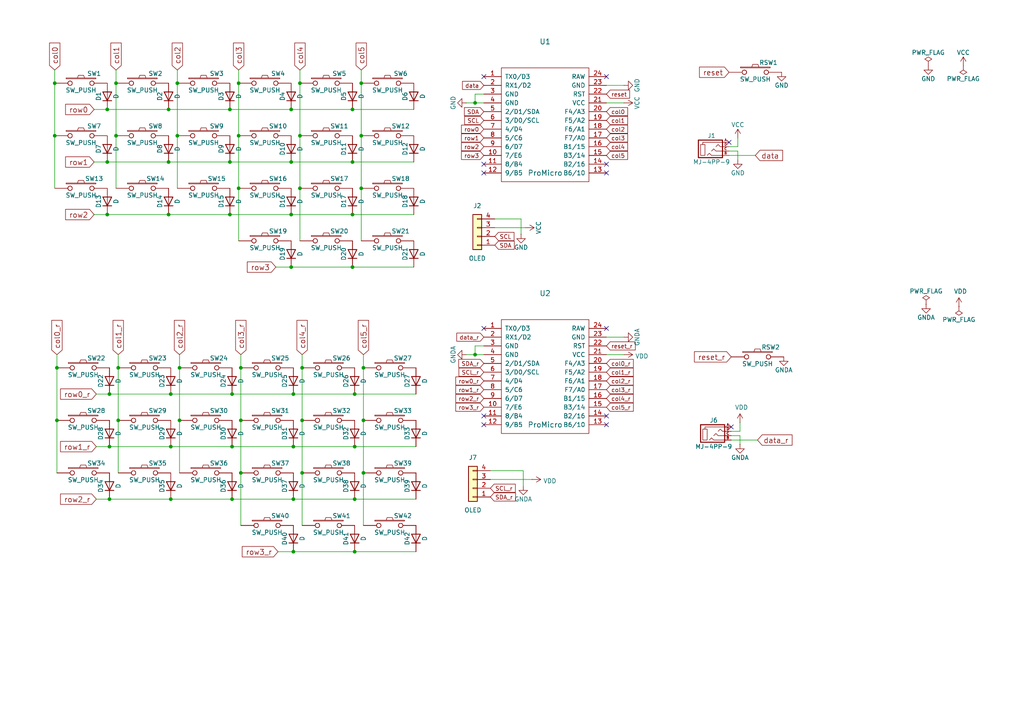
<source format=kicad_sch>
(kicad_sch (version 20231120) (generator "eeschema") (generator_version "8.0")
  (paper "A4")
  (title_block (title "Corne Light") (date "2020-10-13") (rev "2.0") (company "foostan"))
  (lib_symbols
    (symbol "Connector_Generic:Conn_01x04" (pin_names (offset 1.016) hide)
      (property "Reference" "J" (at 0 5.08 0))
      (property "Value" "Conn_01x04" (at 0 -7.62 0))
      (symbol "Conn_01x04_1_1"
        (rectangle (start -1.27 -4.953) (end 0 -5.207) (stroke (width 0.1524)))
        (rectangle (start -1.27 -2.413) (end 0 -2.667) (stroke (width 0.1524)))
        (rectangle (start -1.27 0.127) (end 0 -0.127) (stroke (width 0.1524)))
        (rectangle (start -1.27 2.667) (end 0 2.413) (stroke (width 0.1524)))
        (rectangle (start -1.27 3.81) (end 1.27 -6.35) (stroke (width 0.254)) (fill (type background)))
        (pin passive line (at -5.08 2.54 0) (length 3.81) (name "Pin_1") (number "1"))
        (pin passive line (at -5.08 0 0) (length 3.81) (name "Pin_2") (number "2"))
        (pin passive line (at -5.08 -2.54 0) (length 3.81) (name "Pin_3") (number "3"))
        (pin passive line (at -5.08 -5.08 0) (length 3.81) (name "Pin_4") (number "4"))
      )
    )
    (symbol "Device:D" (pin_numbers hide) (pin_names (offset 1.016) hide)
      (property "Reference" "D" (at 0 2.54 0))
      (property "Value" "D" (at 0 -2.54 0))
      (symbol "D_0_1"
        (polyline (pts (xy -1.27 1.27) (xy -1.27 -1.27)) (stroke (width 0.254)))
        (polyline (pts (xy 1.27 0) (xy -1.27 0)))
        (polyline (pts (xy 1.27 1.27) (xy 1.27 -1.27) (xy -1.27 0) (xy 1.27 1.27)) (stroke (width 0.254)))
      )
      (symbol "D_1_1"
        (pin passive line (at -3.81 0 0) (length 2.54) (name "K") (number "1"))
        (pin passive line (at 3.81 0 180) (length 2.54) (name "A") (number "2"))
      )
    )
    (symbol "kbd:MJ-4PP-9" (pin_names (offset 1.016))
      (property "Reference" "J" (at 0 3.81 0))
      (property "Value" "MJ-4PP-9" (at 0 -3.81 0))
      (symbol "MJ-4PP-9_0_1"
        (rectangle (start -1.905 -1.905) (end -3.175 1.27))
        (polyline (pts (xy -2.54 1.27) (xy -2.54 1.905) (xy 3.175 1.905)))
        (polyline (pts (xy -1.27 -1.905) (xy -0.635 -1.27) (xy 0 -1.905) (xy 3.175 -1.905)))
        (polyline (pts (xy 0 -0.635) (xy 0.635 0) (xy 1.27 -0.635) (xy 3.175 -0.635)))
        (polyline (pts (xy 1.27 0.635) (xy 1.905 1.27) (xy 2.54 0.635) (xy 3.175 0.635)))
        (rectangle (start 3.175 2.54) (end -3.81 -2.54) (stroke (width 0.3048)))
      )
      (symbol "MJ-4PP-9_1_1"
        (pin input line (at 5.08 1.905 180) (length 2.0066) (name "~") (number "A"))
        (pin input line (at 5.08 -1.905 180) (length 2.0066) (name "~") (number "B"))
        (pin input line (at 5.08 -0.635 180) (length 2.0066) (name "~") (number "C"))
        (pin input line (at 5.08 0.635 180) (length 2.0066) (name "~") (number "D"))
      )
    )
    (symbol "kbd:ProMicro" (pin_names (offset 1.016))
      (property "Reference" "U" (at 0 19.05 0))
      (property "Value" "ProMicro" (at 0 -19.05 0))
      (symbol "ProMicro_0_1"
        (rectangle (start -12.7 16.51) (end 12.7 -16.51))
      )
      (symbol "ProMicro_1_1"
        (pin bidirectional line (at -17.78 13.97 0) (length 5.08) (name "TX0/D3") (number "1"))
        (pin bidirectional line (at -17.78 -8.89 0) (length 5.08) (name "7/E6") (number "10"))
        (pin bidirectional line (at -17.78 -11.43 0) (length 5.08) (name "8/B4") (number "11"))
        (pin bidirectional line (at -17.78 -13.97 0) (length 5.08) (name "9/B5") (number "12"))
        (pin bidirectional line (at 17.78 -13.97 180) (length 5.08) (name "B6/10") (number "13"))
        (pin bidirectional line (at 17.78 -11.43 180) (length 5.08) (name "B2/16") (number "14"))
        (pin bidirectional line (at 17.78 -8.89 180) (length 5.08) (name "B3/14") (number "15"))
        (pin bidirectional line (at 17.78 -6.35 180) (length 5.08) (name "B1/15") (number "16"))
        (pin bidirectional line (at 17.78 -3.81 180) (length 5.08) (name "F7/A0") (number "17"))
        (pin bidirectional line (at 17.78 -1.27 180) (length 5.08) (name "F6/A1") (number "18"))
        (pin bidirectional line (at 17.78 1.27 180) (length 5.08) (name "F5/A2") (number "19"))
        (pin bidirectional line (at -17.78 11.43 0) (length 5.08) (name "RX1/D2") (number "2"))
        (pin bidirectional line (at 17.78 3.81 180) (length 5.08) (name "F4/A3") (number "20"))
        (pin power_in line (at 17.78 6.35 180) (length 5.08) (name "VCC") (number "21"))
        (pin input line (at 17.78 8.89 180) (length 5.08) (name "RST") (number "22"))
        (pin power_in line (at 17.78 11.43 180) (length 5.08) (name "GND") (number "23"))
        (pin power_out line (at 17.78 13.97 180) (length 5.08) (name "RAW") (number "24"))
        (pin power_in line (at -17.78 8.89 0) (length 5.08) (name "GND") (number "3"))
        (pin power_in line (at -17.78 6.35 0) (length 5.08) (name "GND") (number "4"))
        (pin bidirectional line (at -17.78 3.81 0) (length 5.08) (name "2/D1/SDA") (number "5"))
        (pin bidirectional line (at -17.78 1.27 0) (length 5.08) (name "3/D0/SCL") (number "6"))
        (pin bidirectional line (at -17.78 -1.27 0) (length 5.08) (name "4/D4") (number "7"))
        (pin bidirectional line (at -17.78 -3.81 0) (length 5.08) (name "5/C6") (number "8"))
        (pin bidirectional line (at -17.78 -6.35 0) (length 5.08) (name "6/D7") (number "9"))
      )
    )
    (symbol "kbd:SW_PUSH" (pin_numbers hide) (pin_names (offset 1.016) hide)
      (property "Reference" "SW" (at 3.81 2.794 0))
      (property "Value" "SW_PUSH" (at 0 -2.032 0))
      (symbol "SW_PUSH_0_1"
        (rectangle (start -4.318 1.27) (end 4.318 1.524))
        (polyline (pts (xy -1.016 1.524) (xy -0.762 2.286) (xy 0.762 2.286) (xy 1.016 1.524)))
        (pin passive inverted (at -7.62 0 0) (length 5.08) (name "1") (number "1"))
        (pin passive inverted (at 7.62 0 180) (length 5.08) (name "2") (number "2"))
      )
    )
    (symbol "power:GND" (power) (pin_numbers hide) (pin_names (offset 0) hide)
      (property "Value" "GND" (at 0 -3.81 0))
      (symbol "GND_0_1"
        (polyline (pts (xy 0 0) (xy 0 -1.27) (xy 1.27 -1.27) (xy 0 -2.54) (xy -1.27 -1.27) (xy 0 -1.27)))
      )
      (symbol "GND_1_1"
        (pin power_in line (at 0 0 270) (length 0) (name "~") (number "1"))
      )
    )
    (symbol "power:GNDA" (power) (pin_numbers hide) (pin_names (offset 0) hide)
      (property "Value" "GNDA" (at 0 -3.81 0))
      (symbol "GNDA_0_1"
        (polyline (pts (xy 0 0) (xy 0 -1.27) (xy 1.27 -1.27) (xy 0 -2.54) (xy -1.27 -1.27) (xy 0 -1.27)))
      )
      (symbol "GNDA_1_1"
        (pin power_in line (at 0 0 270) (length 0) (name "~") (number "1"))
      )
    )
    (symbol "power:PWR_FLAG" (power) (pin_numbers hide) (pin_names (offset 0) hide)
      (property "Value" "PWR_FLAG" (at 0 3.81 0))
      (symbol "PWR_FLAG_0_0"
        (pin power_out line (at 0 0 90) (length 0) (name "~") (number "1"))
      )
      (symbol "PWR_FLAG_0_1"
        (polyline (pts (xy 0 0) (xy 0 1.27) (xy -1.016 1.905) (xy 0 2.54) (xy 1.016 1.905) (xy 0 1.27)))
      )
    )
    (symbol "power:VCC" (power) (pin_numbers hide) (pin_names (offset 0) hide)
      (property "Value" "VCC" (at 0 3.556 0))
      (symbol "VCC_0_1"
        (polyline (pts (xy -0.762 1.27) (xy 0 2.54)))
        (polyline (pts (xy 0 0) (xy 0 2.54)))
        (polyline (pts (xy 0 2.54) (xy 0.762 1.27)))
      )
      (symbol "VCC_1_1"
        (pin power_in line (at 0 0 90) (length 0) (name "~") (number "1"))
      )
    )
    (symbol "power:VDD" (power) (pin_numbers hide) (pin_names (offset 0) hide)
      (property "Value" "VDD" (at 0 3.556 0))
      (symbol "VDD_0_1"
        (polyline (pts (xy -0.762 1.27) (xy 0 2.54)))
        (polyline (pts (xy 0 0) (xy 0 2.54)))
        (polyline (pts (xy 0 2.54) (xy 0.762 1.27)))
      )
      (symbol "VDD_1_1"
        (pin power_in line (at 0 0 90) (length 0) (name "~") (number "1"))
      )
    )
  )
  (junction (at 48.895 46.99))
  (junction (at 16.51 121.92))
  (junction (at 104.775 39.37))
  (junction (at 52.07 121.92))
  (junction (at 69.215 24.13))
  (junction (at 87.63 121.92))
  (junction (at 86.995 24.13))
  (junction (at 52.07 106.68))
  (junction (at 85.09 144.78))
  (junction (at 84.455 46.99))
  (junction (at 49.53 114.3))
  (junction (at 84.455 77.47))
  (junction (at 67.31 114.3))
  (junction (at 102.87 114.3))
  (junction (at 69.85 121.92))
  (junction (at 66.675 31.75))
  (junction (at 85.09 160.02))
  (junction (at 33.655 24.13))
  (junction (at 84.455 31.75))
  (junction (at 87.63 106.68))
  (junction (at 51.435 24.13))
  (junction (at 85.09 129.54))
  (junction (at 67.31 144.78))
  (junction (at 86.995 39.37))
  (junction (at 105.41 106.68))
  (junction (at 102.87 144.78))
  (junction (at 105.41 121.92))
  (junction (at 137.795 102.87))
  (junction (at 48.895 31.75))
  (junction (at 51.435 39.37))
  (junction (at 86.995 54.61))
  (junction (at 31.115 46.99))
  (junction (at 102.235 46.99))
  (junction (at 31.75 114.3))
  (junction (at 102.235 31.75))
  (junction (at 69.215 54.61))
  (junction (at 49.53 129.54))
  (junction (at 85.09 114.3))
  (junction (at 137.795 29.845))
  (junction (at 31.115 31.75))
  (junction (at 67.31 129.54))
  (junction (at 87.63 137.16))
  (junction (at 15.875 39.37))
  (junction (at 102.235 77.47))
  (junction (at 66.675 62.23))
  (junction (at 66.675 46.99))
  (junction (at 49.53 144.78))
  (junction (at 102.235 62.23))
  (junction (at 102.87 129.54))
  (junction (at 31.75 129.54))
  (junction (at 104.775 54.61))
  (junction (at 84.455 62.23))
  (junction (at 104.775 24.13))
  (junction (at 15.875 24.13))
  (junction (at 34.29 106.68))
  (junction (at 31.75 144.78))
  (junction (at 69.85 137.16))
  (junction (at 16.51 106.68))
  (junction (at 69.215 39.37))
  (junction (at 34.29 121.92))
  (junction (at 31.115 62.23))
  (junction (at 102.87 160.02))
  (junction (at 48.895 62.23))
  (junction (at 105.41 137.16))
  (junction (at 33.655 39.37))
  (junction (at 69.85 106.68))
  (no_connect (at 140.335 50.165))
  (no_connect (at 140.335 22.225))
  (no_connect (at 175.895 120.65))
  (no_connect (at 175.895 123.19))
  (no_connect (at 175.895 50.165))
  (no_connect (at 211.455 41.275))
  (no_connect (at 140.335 47.625))
  (no_connect (at 6.35 -20.955))
  (no_connect (at 175.895 22.225))
  (no_connect (at 140.335 95.25))
  (no_connect (at 175.895 95.25))
  (no_connect (at 140.335 123.19))
  (no_connect (at 175.895 47.625))
  (no_connect (at 212.09 123.825))
  (no_connect (at 140.335 120.65))
  (wire (pts (xy 27.94 129.54) (xy 31.75 129.54)))
  (wire (pts (xy 66.675 46.99) (xy 84.455 46.99)))
  (wire (pts (xy 33.655 24.13) (xy 33.655 39.37)))
  (wire (pts (xy 104.775 54.61) (xy 104.775 69.85)))
  (wire (pts (xy 102.87 160.02) (xy 120.65 160.02)))
  (wire (pts (xy 31.75 129.54) (xy 49.53 129.54)))
  (wire (pts (xy 175.895 97.79) (xy 180.975 97.79)))
  (wire (pts (xy 31.115 62.23) (xy 48.895 62.23)))
  (wire (pts (xy 51.435 39.37) (xy 51.435 54.61)))
  (wire (pts (xy 135.255 29.845) (xy 137.795 29.845)))
  (wire (pts (xy 52.07 121.92) (xy 52.07 137.16)))
  (wire (pts (xy 212.09 126.365) (xy 214.63 126.365)))
  (wire (pts (xy 212.09 125.095) (xy 214.63 125.095)))
  (wire (pts (xy 16.51 102.87) (xy 16.51 106.68)))
  (wire (pts (xy 151.13 63.5) (xy 143.51 63.5)))
  (wire (pts (xy 34.29 102.87) (xy 34.29 106.68)))
  (wire (pts (xy 137.795 27.305) (xy 137.795 29.845)))
  (wire (pts (xy 49.53 114.3) (xy 67.31 114.3)))
  (wire (pts (xy 66.675 62.23) (xy 84.455 62.23)))
  (wire (pts (xy 67.31 114.3) (xy 85.09 114.3)))
  (wire (pts (xy 34.29 121.92) (xy 34.29 137.16)))
  (wire (pts (xy 52.07 102.87) (xy 52.07 106.68)))
  (wire (pts (xy 102.87 114.3) (xy 120.65 114.3)))
  (wire (pts (xy 84.455 31.75) (xy 102.235 31.75)))
  (wire (pts (xy 69.85 121.92) (xy 69.85 137.16)))
  (wire (pts (xy 27.305 62.23) (xy 31.115 62.23)))
  (wire (pts (xy 87.63 121.92) (xy 87.63 137.16)))
  (wire (pts (xy 105.41 137.16) (xy 105.41 152.4)))
  (wire (pts (xy 175.895 29.845) (xy 180.975 29.845)))
  (wire (pts (xy 142.24 136.525) (xy 151.765 136.525)))
  (wire (pts (xy 102.235 31.75) (xy 120.015 31.75)))
  (wire (pts (xy 102.235 62.23) (xy 120.015 62.23)))
  (wire (pts (xy 105.41 121.92) (xy 105.41 137.16)))
  (wire (pts (xy 66.675 31.75) (xy 84.455 31.75)))
  (wire (pts (xy 31.75 114.3) (xy 49.53 114.3)))
  (wire (pts (xy 33.655 39.37) (xy 33.655 54.61)))
  (wire (pts (xy 84.455 77.47) (xy 102.235 77.47)))
  (wire (pts (xy 31.115 46.99) (xy 48.895 46.99)))
  (wire (pts (xy 85.09 160.02) (xy 102.87 160.02)))
  (wire (pts (xy 15.875 20.32) (xy 15.875 24.13)))
  (wire (pts (xy 140.335 100.33) (xy 137.795 100.33)))
  (wire (pts (xy 175.895 24.765) (xy 180.975 24.765)))
  (wire (pts (xy 151.765 136.525) (xy 151.765 140.97)))
  (wire (pts (xy 86.995 39.37) (xy 86.995 54.61)))
  (wire (pts (xy 84.455 46.99) (xy 102.235 46.99)))
  (wire (pts (xy 48.895 31.75) (xy 66.675 31.75)))
  (wire (pts (xy 49.53 144.78) (xy 67.31 144.78)))
  (wire (pts (xy 67.31 129.54) (xy 85.09 129.54)))
  (wire (pts (xy 86.995 24.13) (xy 86.995 39.37)))
  (wire (pts (xy 85.09 144.78) (xy 102.87 144.78)))
  (wire (pts (xy 69.215 54.61) (xy 69.215 69.85)))
  (wire (pts (xy 87.63 137.16) (xy 87.63 152.4)))
  (wire (pts (xy 15.875 39.37) (xy 15.875 54.61)))
  (wire (pts (xy 102.87 129.54) (xy 120.65 129.54)))
  (wire (pts (xy 214.63 125.095) (xy 214.63 122.555)))
  (wire (pts (xy 69.85 102.87) (xy 69.85 106.68)))
  (wire (pts (xy 86.995 54.61) (xy 86.995 69.85)))
  (wire (pts (xy 48.895 62.23) (xy 66.675 62.23)))
  (wire (pts (xy 137.795 29.845) (xy 140.335 29.845)))
  (wire (pts (xy 105.41 102.87) (xy 105.41 106.68)))
  (wire (pts (xy 16.51 121.92) (xy 16.51 137.16)))
  (wire (pts (xy 31.115 31.75) (xy 48.895 31.75)))
  (wire (pts (xy 104.775 20.32) (xy 104.775 24.13)))
  (wire (pts (xy 67.31 144.78) (xy 85.09 144.78)))
  (wire (pts (xy 142.24 139.065) (xy 154.305 139.065)))
  (wire (pts (xy 213.995 43.815) (xy 213.995 46.355)))
  (wire (pts (xy 211.455 43.815) (xy 213.995 43.815)))
  (wire (pts (xy 33.655 20.32) (xy 33.655 24.13)))
  (wire (pts (xy 212.09 127.635) (xy 219.71 127.635)))
  (wire (pts (xy 102.87 144.78) (xy 120.65 144.78)))
  (wire (pts (xy 102.235 46.99) (xy 120.015 46.99)))
  (wire (pts (xy 27.94 144.78) (xy 31.75 144.78)))
  (wire (pts (xy 80.01 77.47) (xy 84.455 77.47)))
  (wire (pts (xy 137.795 100.33) (xy 137.795 102.87)))
  (wire (pts (xy 15.875 24.13) (xy 15.875 39.37)))
  (wire (pts (xy 87.63 106.68) (xy 87.63 121.92)))
  (wire (pts (xy 69.215 39.37) (xy 69.215 54.61)))
  (wire (pts (xy 87.63 102.87) (xy 87.63 106.68)))
  (wire (pts (xy 27.305 46.99) (xy 31.115 46.99)))
  (wire (pts (xy 85.09 129.54) (xy 102.87 129.54)))
  (wire (pts (xy 151.13 67.945) (xy 151.13 63.5)))
  (wire (pts (xy 105.41 106.68) (xy 105.41 121.92)))
  (wire (pts (xy 140.335 27.305) (xy 137.795 27.305)))
  (wire (pts (xy 213.995 42.545) (xy 213.995 40.005)))
  (wire (pts (xy 27.305 31.75) (xy 31.115 31.75)))
  (wire (pts (xy 143.51 66.04) (xy 152.4 66.04)))
  (wire (pts (xy 51.435 20.32) (xy 51.435 24.13)))
  (wire (pts (xy 137.795 102.87) (xy 140.335 102.87)))
  (wire (pts (xy 135.255 102.87) (xy 137.795 102.87)))
  (wire (pts (xy 31.75 144.78) (xy 49.53 144.78)))
  (wire (pts (xy 51.435 24.13) (xy 51.435 39.37)))
  (wire (pts (xy 104.775 24.13) (xy 104.775 39.37)))
  (wire (pts (xy 48.895 46.99) (xy 66.675 46.99)))
  (wire (pts (xy 69.85 137.16) (xy 69.85 152.4)))
  (wire (pts (xy 34.29 106.68) (xy 34.29 121.92)))
  (wire (pts (xy 175.895 102.87) (xy 180.975 102.87)))
  (wire (pts (xy 27.94 114.3) (xy 31.75 114.3)))
  (wire (pts (xy 69.215 20.32) (xy 69.215 24.13)))
  (wire (pts (xy 211.455 45.085) (xy 219.075 45.085)))
  (wire (pts (xy 85.09 114.3) (xy 102.87 114.3)))
  (wire (pts (xy 104.775 39.37) (xy 104.775 54.61)))
  (wire (pts (xy 102.235 77.47) (xy 120.015 77.47)))
  (wire (pts (xy 69.85 106.68) (xy 69.85 121.92)))
  (wire (pts (xy 211.455 42.545) (xy 213.995 42.545)))
  (wire (pts (xy 214.63 126.365) (xy 214.63 128.905)))
  (wire (pts (xy 86.995 20.32) (xy 86.995 24.13)))
  (wire (pts (xy 69.215 24.13) (xy 69.215 39.37)))
  (wire (pts (xy 84.455 62.23) (xy 102.235 62.23)))
  (wire (pts (xy 49.53 129.54) (xy 67.31 129.54)))
  (wire (pts (xy 16.51 106.68) (xy 16.51 121.92)))
  (wire (pts (xy 52.07 106.68) (xy 52.07 121.92)))
  (wire (pts (xy 80.645 160.02) (xy 85.09 160.02)))
  (global_label "col1_r" (shape input) (at 34.29 102.87 90) (effects (font (size 1.524 1.524))) (property "Intersheetrefs" "${INTERSHEET_REFS}" (effects (hide yes))))
  (global_label "col1_r" (shape input) (at 175.895 107.95 0) (effects (font (size 1.1938 1.1938))) (property "Intersheetrefs" "${INTERSHEET_REFS}" (effects (hide yes))))
  (global_label "row1" (shape input) (at 27.305 46.99 180) (effects (font (size 1.524 1.524))) (property "Intersheetrefs" "${INTERSHEET_REFS}" (effects (hide yes))))
  (global_label "col5" (shape input) (at 104.775 20.32 90) (effects (font (size 1.524 1.524))) (property "Intersheetrefs" "${INTERSHEET_REFS}" (effects (hide yes))))
  (global_label "row2_r" (shape input) (at 140.335 115.57 180) (effects (font (size 1.1938 1.1938))) (property "Intersheetrefs" "${INTERSHEET_REFS}" (effects (hide yes))))
  (global_label "row3_r" (shape input) (at 140.335 118.11 180) (effects (font (size 1.1938 1.1938))) (property "Intersheetrefs" "${INTERSHEET_REFS}" (effects (hide yes))))
  (global_label "col3" (shape input) (at 175.895 40.005 0) (effects (font (size 1.1938 1.1938))) (property "Intersheetrefs" "${INTERSHEET_REFS}" (effects (hide yes))))
  (global_label "SCL" (shape input) (at 143.51 68.58 0) (effects (font (size 1.1938 1.1938))) (property "Intersheetrefs" "${INTERSHEET_REFS}" (effects (hide yes))))
  (global_label "reset_r" (shape input) (at 175.895 100.33 0) (effects (font (size 1.1938 1.1938))) (property "Intersheetrefs" "${INTERSHEET_REFS}" (effects (hide yes))))
  (global_label "reset" (shape input) (at 175.895 27.305 0) (effects (font (size 1.1938 1.1938))) (property "Intersheetrefs" "${INTERSHEET_REFS}" (effects (hide yes))))
  (global_label "col4" (shape input) (at 86.995 20.32 90) (effects (font (size 1.524 1.524))) (property "Intersheetrefs" "${INTERSHEET_REFS}" (effects (hide yes))))
  (global_label "row2_r" (shape input) (at 27.94 144.78 180) (effects (font (size 1.524 1.524))) (property "Intersheetrefs" "${INTERSHEET_REFS}" (effects (hide yes))))
  (global_label "col2" (shape input) (at 175.895 37.465 0) (effects (font (size 1.1938 1.1938))) (property "Intersheetrefs" "${INTERSHEET_REFS}" (effects (hide yes))))
  (global_label "SDA_r" (shape input) (at 142.24 144.145 0) (effects (font (size 1.1938 1.1938))) (property "Intersheetrefs" "${INTERSHEET_REFS}" (effects (hide yes))))
  (global_label "col3" (shape input) (at 69.215 20.32 90) (effects (font (size 1.524 1.524))) (property "Intersheetrefs" "${INTERSHEET_REFS}" (effects (hide yes))))
  (global_label "data_r" (shape input) (at 140.335 97.79 180) (effects (font (size 1.1938 1.1938))) (property "Intersheetrefs" "${INTERSHEET_REFS}" (effects (hide yes))))
  (global_label "col5_r" (shape input) (at 175.895 118.11 0) (effects (font (size 1.1938 1.1938))) (property "Intersheetrefs" "${INTERSHEET_REFS}" (effects (hide yes))))
  (global_label "col4_r" (shape input) (at 175.895 115.57 0) (effects (font (size 1.1938 1.1938))) (property "Intersheetrefs" "${INTERSHEET_REFS}" (effects (hide yes))))
  (global_label "row0" (shape input) (at 27.305 31.75 180) (effects (font (size 1.524 1.524))) (property "Intersheetrefs" "${INTERSHEET_REFS}" (effects (hide yes))))
  (global_label "col0" (shape input) (at 15.875 20.32 90) (effects (font (size 1.524 1.524))) (property "Intersheetrefs" "${INTERSHEET_REFS}" (effects (hide yes))))
  (global_label "row3" (shape input) (at 80.01 77.47 180) (effects (font (size 1.524 1.524))) (property "Intersheetrefs" "${INTERSHEET_REFS}" (effects (hide yes))))
  (global_label "row0_r" (shape input) (at 140.335 110.49 180) (effects (font (size 1.1938 1.1938))) (property "Intersheetrefs" "${INTERSHEET_REFS}" (effects (hide yes))))
  (global_label "col4_r" (shape input) (at 87.63 102.87 90) (effects (font (size 1.524 1.524))) (property "Intersheetrefs" "${INTERSHEET_REFS}" (effects (hide yes))))
  (global_label "col2" (shape input) (at 51.435 20.32 90) (effects (font (size 1.524 1.524))) (property "Intersheetrefs" "${INTERSHEET_REFS}" (effects (hide yes))))
  (global_label "col1" (shape input) (at 175.895 34.925 0) (effects (font (size 1.1938 1.1938))) (property "Intersheetrefs" "${INTERSHEET_REFS}" (effects (hide yes))))
  (global_label "data" (shape input) (at 219.075 45.085 0) (effects (font (size 1.524 1.524))) (property "Intersheetrefs" "${INTERSHEET_REFS}" (effects (hide yes))))
  (global_label "reset_r" (shape input) (at 212.09 103.505 180) (effects (font (size 1.524 1.524))) (property "Intersheetrefs" "${INTERSHEET_REFS}" (effects (hide yes))))
  (global_label "SDA" (shape input) (at 140.335 32.385 180) (effects (font (size 1.1938 1.1938))) (property "Intersheetrefs" "${INTERSHEET_REFS}" (effects (hide yes))))
  (global_label "row0" (shape input) (at 140.335 37.465 180) (effects (font (size 1.1938 1.1938))) (property "Intersheetrefs" "${INTERSHEET_REFS}" (effects (hide yes))))
  (global_label "col0_r" (shape input) (at 175.895 105.41 0) (effects (font (size 1.1938 1.1938))) (property "Intersheetrefs" "${INTERSHEET_REFS}" (effects (hide yes))))
  (global_label "SCL" (shape input) (at 140.335 34.925 180) (effects (font (size 1.1938 1.1938))) (property "Intersheetrefs" "${INTERSHEET_REFS}" (effects (hide yes))))
  (global_label "SDA_r" (shape input) (at 140.335 105.41 180) (effects (font (size 1.1938 1.1938))) (property "Intersheetrefs" "${INTERSHEET_REFS}" (effects (hide yes))))
  (global_label "col1" (shape input) (at 33.655 20.32 90) (effects (font (size 1.524 1.524))) (property "Intersheetrefs" "${INTERSHEET_REFS}" (effects (hide yes))))
  (global_label "col5_r" (shape input) (at 105.41 102.87 90) (effects (font (size 1.524 1.524))) (property "Intersheetrefs" "${INTERSHEET_REFS}" (effects (hide yes))))
  (global_label "data_r" (shape input) (at 219.71 127.635 0) (effects (font (size 1.524 1.524))) (property "Intersheetrefs" "${INTERSHEET_REFS}" (effects (hide yes))))
  (global_label "data" (shape input) (at 140.335 24.765 180) (effects (font (size 1.1938 1.1938))) (property "Intersheetrefs" "${INTERSHEET_REFS}" (effects (hide yes))))
  (global_label "row0_r" (shape input) (at 27.94 114.3 180) (effects (font (size 1.524 1.524))) (property "Intersheetrefs" "${INTERSHEET_REFS}" (effects (hide yes))))
  (global_label "col2_r" (shape input) (at 175.895 110.49 0) (effects (font (size 1.1938 1.1938))) (property "Intersheetrefs" "${INTERSHEET_REFS}" (effects (hide yes))))
  (global_label "col5" (shape input) (at 175.895 45.085 0) (effects (font (size 1.1938 1.1938))) (property "Intersheetrefs" "${INTERSHEET_REFS}" (effects (hide yes))))
  (global_label "reset" (shape input) (at 211.455 20.955 180) (effects (font (size 1.524 1.524))) (property "Intersheetrefs" "${INTERSHEET_REFS}" (effects (hide yes))))
  (global_label "col0_r" (shape input) (at 16.51 102.87 90) (effects (font (size 1.524 1.524))) (property "Intersheetrefs" "${INTERSHEET_REFS}" (effects (hide yes))))
  (global_label "col0" (shape input) (at 175.895 32.385 0) (effects (font (size 1.1938 1.1938))) (property "Intersheetrefs" "${INTERSHEET_REFS}" (effects (hide yes))))
  (global_label "col3_r" (shape input) (at 175.895 113.03 0) (effects (font (size 1.1938 1.1938))) (property "Intersheetrefs" "${INTERSHEET_REFS}" (effects (hide yes))))
  (global_label "row2" (shape input) (at 140.335 42.545 180) (effects (font (size 1.1938 1.1938))) (property "Intersheetrefs" "${INTERSHEET_REFS}" (effects (hide yes))))
  (global_label "col2_r" (shape input) (at 52.07 102.87 90) (effects (font (size 1.524 1.524))) (property "Intersheetrefs" "${INTERSHEET_REFS}" (effects (hide yes))))
  (global_label "row1_r" (shape input) (at 27.94 129.54 180) (effects (font (size 1.524 1.524))) (property "Intersheetrefs" "${INTERSHEET_REFS}" (effects (hide yes))))
  (global_label "row3" (shape input) (at 140.335 45.085 180) (effects (font (size 1.1938 1.1938))) (property "Intersheetrefs" "${INTERSHEET_REFS}" (effects (hide yes))))
  (global_label "SCL_r" (shape input) (at 140.335 107.95 180) (effects (font (size 1.1938 1.1938))) (property "Intersheetrefs" "${INTERSHEET_REFS}" (effects (hide yes))))
  (global_label "row3_r" (shape input) (at 80.645 160.02 180) (effects (font (size 1.524 1.524))) (property "Intersheetrefs" "${INTERSHEET_REFS}" (effects (hide yes))))
  (global_label "row1_r" (shape input) (at 140.335 113.03 180) (effects (font (size 1.1938 1.1938))) (property "Intersheetrefs" "${INTERSHEET_REFS}" (effects (hide yes))))
  (global_label "col4" (shape input) (at 175.895 42.545 0) (effects (font (size 1.1938 1.1938))) (property "Intersheetrefs" "${INTERSHEET_REFS}" (effects (hide yes))))
  (global_label "SDA" (shape input) (at 143.51 71.12 0) (effects (font (size 1.1938 1.1938))) (property "Intersheetrefs" "${INTERSHEET_REFS}" (effects (hide yes))))
  (global_label "row2" (shape input) (at 27.305 62.23 180) (effects (font (size 1.524 1.524))) (property "Intersheetrefs" "${INTERSHEET_REFS}" (effects (hide yes))))
  (global_label "col3_r" (shape input) (at 69.85 102.87 90) (effects (font (size 1.524 1.524))) (property "Intersheetrefs" "${INTERSHEET_REFS}" (effects (hide yes))))
  (global_label "SCL_r" (shape input) (at 142.24 141.605 0) (effects (font (size 1.1938 1.1938))) (property "Intersheetrefs" "${INTERSHEET_REFS}" (effects (hide yes))))
  (global_label "row1" (shape input) (at 140.335 40.005 180) (effects (font (size 1.1938 1.1938))) (property "Intersheetrefs" "${INTERSHEET_REFS}" (effects (hide yes))))
  (symbol (lib_id "kbd:ProMicro") (at 158.115 36.195 0) (unit 1)
    (property "Reference" "U1" (at 158.115 12.065 0) (effects (font (size 1.524 1.524))))
    (property "Value" "ProMicro" (at 158.115 50.165 0) (effects (font (size 1.524 1.524))))
    (property "Footprint" "kbd:ProMicro_v3" (effects (hide yes)))
  )
  (symbol (lib_id "kbd:SW_PUSH") (at 41.275 24.13 0) (unit 1)
    (property "Reference" "SW2" (at 45.085 21.336 0))
    (property "Value" "SW_PUSH" (at 41.275 26.162 0))
    (property "Footprint" "kbd:CherryMX_ChocV2_1u" (effects (hide yes)))
  )
  (symbol (lib_id "Device:D") (at 48.895 27.94 90) (unit 1)
    (property "Reference" "D2" (at 46.355 27.94 0))
    (property "Value" "D" (at 51.435 27.94 0))
    (property "Footprint" "kbd:D3_TH" (effects (hide yes)))
  )
  (symbol (lib_id "kbd:SW_PUSH") (at 59.055 24.13 0) (unit 1)
    (property "Reference" "SW3" (at 62.865 21.336 0))
    (property "Value" "SW_PUSH" (at 59.055 26.162 0))
    (property "Footprint" "kbd:CherryMX_ChocV2_1u" (effects (hide yes)))
  )
  (symbol (lib_id "Device:D") (at 66.675 27.94 90) (unit 1)
    (property "Reference" "D3" (at 64.135 27.94 0))
    (property "Value" "D" (at 69.215 27.94 0))
    (property "Footprint" "kbd:D3_TH" (effects (hide yes)))
  )
  (symbol (lib_id "kbd:SW_PUSH") (at 76.835 24.13 0) (unit 1)
    (property "Reference" "SW4" (at 80.645 21.336 0))
    (property "Value" "SW_PUSH" (at 76.835 26.162 0))
    (property "Footprint" "kbd:CherryMX_ChocV2_1u" (effects (hide yes)))
  )
  (symbol (lib_id "kbd:SW_PUSH") (at 94.615 24.13 0) (unit 1)
    (property "Reference" "SW5" (at 98.425 21.336 0))
    (property "Value" "SW_PUSH" (at 94.615 26.162 0))
    (property "Footprint" "kbd:CherryMX_ChocV2_1u" (effects (hide yes)))
  )
  (symbol (lib_id "kbd:SW_PUSH") (at 112.395 24.13 0) (unit 1)
    (property "Reference" "SW6" (at 116.205 21.336 0))
    (property "Value" "SW_PUSH" (at 112.395 26.162 0))
    (property "Footprint" "kbd:CherryMX_ChocV2_1u" (effects (hide yes)))
  )
  (symbol (lib_id "Device:D") (at 84.455 27.94 90) (unit 1)
    (property "Reference" "D4" (at 81.915 27.94 0))
    (property "Value" "D" (at 86.995 27.94 0))
    (property "Footprint" "kbd:D3_TH" (effects (hide yes)))
  )
  (symbol (lib_id "Device:D") (at 102.235 27.94 90) (unit 1)
    (property "Reference" "D5" (at 99.695 27.94 0))
    (property "Value" "D" (at 104.775 27.94 0))
    (property "Footprint" "kbd:D3_TH" (effects (hide yes)))
  )
  (symbol (lib_id "Device:D") (at 120.015 27.94 90) (unit 1)
    (property "Reference" "D6" (at 117.475 27.94 0))
    (property "Value" "D" (at 122.555 27.94 0))
    (property "Footprint" "kbd:D3_TH" (effects (hide yes)))
  )
  (symbol (lib_id "kbd:SW_PUSH") (at 23.495 24.13 0) (unit 1)
    (property "Reference" "SW1" (at 27.305 21.336 0))
    (property "Value" "SW_PUSH" (at 23.495 26.162 0))
    (property "Footprint" "kbd:CherryMX_ChocV2_1u" (effects (hide yes)))
  )
  (symbol (lib_id "Device:D") (at 31.115 27.94 90) (unit 1)
    (property "Reference" "D1" (at 28.575 27.94 0))
    (property "Value" "D" (at 33.655 27.94 0))
    (property "Footprint" "kbd:D3_TH" (effects (hide yes)))
  )
  (symbol (lib_id "kbd:SW_PUSH") (at 41.275 39.37 0) (unit 1)
    (property "Reference" "SW8" (at 45.085 36.576 0))
    (property "Value" "SW_PUSH" (at 41.275 41.402 0))
    (property "Footprint" "kbd:CherryMX_ChocV2_1u" (effects (hide yes)))
  )
  (symbol (lib_id "Device:D") (at 48.895 43.18 90) (unit 1)
    (property "Reference" "D8" (at 46.355 43.18 0))
    (property "Value" "D" (at 51.435 43.18 0))
    (property "Footprint" "kbd:D3_TH" (effects (hide yes)))
  )
  (symbol (lib_id "kbd:SW_PUSH") (at 59.055 39.37 0) (unit 1)
    (property "Reference" "SW9" (at 62.865 36.576 0))
    (property "Value" "SW_PUSH" (at 59.055 41.402 0))
    (property "Footprint" "kbd:CherryMX_ChocV2_1u" (effects (hide yes)))
  )
  (symbol (lib_id "Device:D") (at 66.675 43.18 90) (unit 1)
    (property "Reference" "D9" (at 64.135 43.18 0))
    (property "Value" "D" (at 69.215 43.18 0))
    (property "Footprint" "kbd:D3_TH" (effects (hide yes)))
  )
  (symbol (lib_id "kbd:SW_PUSH") (at 76.835 39.37 0) (unit 1)
    (property "Reference" "SW10" (at 80.645 36.576 0))
    (property "Value" "SW_PUSH" (at 76.835 41.402 0))
    (property "Footprint" "kbd:CherryMX_ChocV2_1u" (effects (hide yes)))
  )
  (symbol (lib_id "kbd:SW_PUSH") (at 94.615 39.37 0) (unit 1)
    (property "Reference" "SW11" (at 98.425 36.576 0))
    (property "Value" "SW_PUSH" (at 94.615 41.402 0))
    (property "Footprint" "kbd:CherryMX_ChocV2_1u" (effects (hide yes)))
  )
  (symbol (lib_id "kbd:SW_PUSH") (at 112.395 39.37 0) (unit 1)
    (property "Reference" "SW12" (at 116.205 36.576 0))
    (property "Value" "SW_PUSH" (at 112.395 41.402 0))
    (property "Footprint" "kbd:CherryMX_ChocV2_1u" (effects (hide yes)))
  )
  (symbol (lib_id "Device:D") (at 84.455 43.18 90) (unit 1)
    (property "Reference" "D10" (at 81.915 43.18 0))
    (property "Value" "D" (at 86.995 43.18 0))
    (property "Footprint" "kbd:D3_TH" (effects (hide yes)))
  )
  (symbol (lib_id "Device:D") (at 102.235 43.18 90) (unit 1)
    (property "Reference" "D11" (at 99.695 43.18 0))
    (property "Value" "D" (at 104.775 43.18 0))
    (property "Footprint" "kbd:D3_TH" (effects (hide yes)))
  )
  (symbol (lib_id "Device:D") (at 120.015 43.18 90) (unit 1)
    (property "Reference" "D12" (at 117.475 43.18 0))
    (property "Value" "D" (at 122.555 43.18 0))
    (property "Footprint" "kbd:D3_TH" (effects (hide yes)))
  )
  (symbol (lib_id "kbd:SW_PUSH") (at 23.495 39.37 0) (unit 1)
    (property "Reference" "SW7" (at 27.305 36.576 0))
    (property "Value" "SW_PUSH" (at 23.495 41.402 0))
    (property "Footprint" "kbd:CherryMX_ChocV2_1u" (effects (hide yes)))
  )
  (symbol (lib_id "Device:D") (at 31.115 43.18 90) (unit 1)
    (property "Reference" "D7" (at 28.575 43.18 0))
    (property "Value" "D" (at 33.655 43.18 0))
    (property "Footprint" "kbd:D3_TH" (effects (hide yes)))
  )
  (symbol (lib_id "kbd:SW_PUSH") (at 41.275 54.61 0) (unit 1)
    (property "Reference" "SW14" (at 45.085 51.816 0))
    (property "Value" "SW_PUSH" (at 41.275 56.642 0))
    (property "Footprint" "kbd:CherryMX_ChocV2_1u" (effects (hide yes)))
  )
  (symbol (lib_id "Device:D") (at 48.895 58.42 90) (unit 1)
    (property "Reference" "D14" (at 46.355 58.42 0))
    (property "Value" "D" (at 51.435 58.42 0))
    (property "Footprint" "kbd:D3_TH" (effects (hide yes)))
  )
  (symbol (lib_id "kbd:SW_PUSH") (at 59.055 54.61 0) (unit 1)
    (property "Reference" "SW15" (at 62.865 51.816 0))
    (property "Value" "SW_PUSH" (at 59.055 56.642 0))
    (property "Footprint" "kbd:CherryMX_ChocV2_1u" (effects (hide yes)))
  )
  (symbol (lib_id "Device:D") (at 66.675 58.42 90) (unit 1)
    (property "Reference" "D15" (at 64.135 58.42 0))
    (property "Value" "D" (at 69.215 58.42 0))
    (property "Footprint" "kbd:D3_TH" (effects (hide yes)))
  )
  (symbol (lib_id "kbd:SW_PUSH") (at 76.835 54.61 0) (unit 1)
    (property "Reference" "SW16" (at 80.645 51.816 0))
    (property "Value" "SW_PUSH" (at 76.835 56.642 0))
    (property "Footprint" "kbd:CherryMX_ChocV2_1u" (effects (hide yes)))
  )
  (symbol (lib_id "kbd:SW_PUSH") (at 94.615 54.61 0) (unit 1)
    (property "Reference" "SW17" (at 98.425 51.816 0))
    (property "Value" "SW_PUSH" (at 94.615 56.642 0))
    (property "Footprint" "kbd:CherryMX_ChocV2_1u" (effects (hide yes)))
  )
  (symbol (lib_id "kbd:SW_PUSH") (at 112.395 54.61 0) (unit 1)
    (property "Reference" "SW18" (at 116.205 51.816 0))
    (property "Value" "SW_PUSH" (at 112.395 56.642 0))
    (property "Footprint" "kbd:CherryMX_ChocV2_1u" (effects (hide yes)))
  )
  (symbol (lib_id "Device:D") (at 84.455 58.42 90) (unit 1)
    (property "Reference" "D16" (at 81.915 58.42 0))
    (property "Value" "D" (at 86.995 58.42 0))
    (property "Footprint" "kbd:D3_TH" (effects (hide yes)))
  )
  (symbol (lib_id "Device:D") (at 102.235 58.42 90) (unit 1)
    (property "Reference" "D17" (at 99.695 58.42 0))
    (property "Value" "D" (at 104.775 58.42 0))
    (property "Footprint" "kbd:D3_TH" (effects (hide yes)))
  )
  (symbol (lib_id "Device:D") (at 120.015 58.42 90) (unit 1)
    (property "Reference" "D18" (at 117.475 58.42 0))
    (property "Value" "D" (at 122.555 58.42 0))
    (property "Footprint" "kbd:D3_TH" (effects (hide yes)))
  )
  (symbol (lib_id "kbd:SW_PUSH") (at 23.495 54.61 0) (unit 1)
    (property "Reference" "SW13" (at 27.305 51.816 0))
    (property "Value" "SW_PUSH" (at 23.495 56.642 0))
    (property "Footprint" "kbd:CherryMX_ChocV2_1u" (effects (hide yes)))
  )
  (symbol (lib_id "Device:D") (at 31.115 58.42 90) (unit 1)
    (property "Reference" "D13" (at 28.575 58.42 0))
    (property "Value" "D" (at 33.655 58.42 0))
    (property "Footprint" "kbd:D3_TH" (effects (hide yes)))
  )
  (symbol (lib_id "kbd:SW_PUSH") (at 94.615 69.85 0) (unit 1)
    (property "Reference" "SW20" (at 98.425 67.056 0))
    (property "Value" "SW_PUSH" (at 94.615 71.882 0))
    (property "Footprint" "kbd:CherryMX_ChocV2_1u" (effects (hide yes)))
  )
  (symbol (lib_id "Device:D") (at 102.235 73.66 90) (unit 1)
    (property "Reference" "D20" (at 99.695 73.66 0))
    (property "Value" "D" (at 104.775 73.66 0))
    (property "Footprint" "kbd:D3_TH" (effects (hide yes)))
  )
  (symbol (lib_id "kbd:SW_PUSH") (at 112.395 69.85 0) (unit 1)
    (property "Reference" "SW21" (at 116.205 67.056 0))
    (property "Value" "SW_PUSH" (at 112.395 71.882 0))
    (property "Footprint" "kbd:CherryMX_ChocV2_1.5u" (effects (hide yes)))
  )
  (symbol (lib_id "Device:D") (at 120.015 73.66 90) (unit 1)
    (property "Reference" "D21" (at 117.475 73.66 0))
    (property "Value" "D" (at 122.555 73.66 0))
    (property "Footprint" "kbd:D3_TH" (effects (hide yes)))
  )
  (symbol (lib_id "kbd:SW_PUSH") (at 76.835 69.85 0) (unit 1)
    (property "Reference" "SW19" (at 80.645 67.056 0))
    (property "Value" "SW_PUSH" (at 76.835 71.882 0))
    (property "Footprint" "kbd:CherryMX_ChocV2_1u" (effects (hide yes)))
  )
  (symbol (lib_id "Device:D") (at 84.455 73.66 90) (unit 1)
    (property "Reference" "D19" (at 81.915 73.66 0))
    (property "Value" "D" (at 86.995 73.66 0))
    (property "Footprint" "kbd:D3_TH" (effects (hide yes)))
  )
  (symbol (lib_id "power:GND") (at 180.975 24.765 90) (unit 1)
    (property "Reference" "#PWR03" (effects (hide yes)))
    (property "Value" "GND" (at 184.785 24.765 0))
  )
  (symbol (lib_id "power:VCC") (at 180.975 29.845 270) (unit 1)
    (property "Reference" "#PWR05" (effects (hide yes)))
    (property "Value" "VCC" (at 184.785 29.845 0))
  )
  (symbol (lib_id "power:GND") (at 135.255 29.845 270) (unit 1)
    (property "Reference" "#PWR04" (effects (hide yes)))
    (property "Value" "GND" (at 131.445 29.845 0))
  )
  (symbol (lib_id "power:GND") (at 269.24 19.05 0) (unit 1)
    (property "Reference" "#PWR01" (effects (hide yes)))
    (property "Value" "GND" (at 269.24 22.86 0))
  )
  (symbol (lib_id "power:VCC") (at 279.4 19.05 0) (unit 1)
    (property "Reference" "#PWR02" (effects (hide yes)))
    (property "Value" "VCC" (at 279.4 15.24 0))
  )
  (symbol (lib_id "power:PWR_FLAG") (at 279.4 19.05 180) (unit 1)
    (property "Reference" "#FLG02" (effects (hide yes)))
    (property "Value" "PWR_FLAG" (at 279.4 22.86 0))
  )
  (symbol (lib_id "power:PWR_FLAG") (at 269.24 19.05 0) (unit 1)
    (property "Reference" "#FLG01" (effects (hide yes)))
    (property "Value" "PWR_FLAG" (at 269.24 15.24 0))
  )
  (symbol (lib_id "kbd:SW_PUSH") (at 219.075 20.955 0) (unit 1)
    (property "Reference" "RSW1" (at 222.885 18.161 0))
    (property "Value" "SW_PUSH" (at 219.075 22.987 0))
    (property "Footprint" "kbd:ResetSW_1side" (effects (hide yes)))
  )
  (symbol (lib_id "power:GND") (at 226.695 20.955 0) (unit 1)
    (property "Reference" "#PWR07" (effects (hide yes)))
    (property "Value" "GND" (at 226.695 24.765 0))
  )
  (symbol (lib_id "power:VCC") (at 213.995 40.005 0) (unit 1)
    (property "Reference" "#PWR06" (effects (hide yes)))
    (property "Value" "VCC" (at 213.995 36.195 0))
  )
  (symbol (lib_id "power:GND") (at 213.995 46.355 0) (unit 1)
    (property "Reference" "#PWR08" (effects (hide yes)))
    (property "Value" "GND" (at 213.995 50.165 0))
  )
  (symbol (lib_id "Connector_Generic:Conn_01x04") (at 138.43 68.58 180) (unit 1)
    (property "Reference" "J2" (at 138.43 59.69 0))
    (property "Value" "OLED" (at 138.43 74.93 0))
    (property "Footprint" "kbd:OLED_1side" (effects (hide yes)))
  )
  (symbol (lib_id "power:GND") (at 151.13 67.945 0) (unit 1)
    (property "Reference" "#PWR019" (effects (hide yes)))
    (property "Value" "GND" (at 151.13 71.755 0))
  )
  (symbol (lib_id "power:VCC") (at 152.4 66.04 270) (unit 1)
    (property "Reference" "#PWR018" (effects (hide yes)))
    (property "Value" "VCC" (at 156.21 66.04 0))
  )
  (symbol (lib_id "kbd:MJ-4PP-9") (at 206.375 43.18 0) (unit 1)
    (property "Reference" "J1" (at 206.375 39.37 0))
    (property "Value" "MJ-4PP-9" (at 206.375 46.99 0))
    (property "Footprint" "kbd:MJ-4PP-9_1side" (effects (hide yes)))
  )
  (symbol (lib_id "kbd:ProMicro") (at 158.115 109.22 0) (unit 1)
    (property "Reference" "U2" (at 158.115 85.09 0) (effects (font (size 1.524 1.524))))
    (property "Value" "ProMicro" (at 158.115 123.19 0) (effects (font (size 1.524 1.524))))
    (property "Footprint" "kbd:ProMicro_v3" (effects (hide yes)))
  )
  (symbol (lib_id "kbd:SW_PUSH") (at 41.91 106.68 0) (unit 1)
    (property "Reference" "SW23" (at 45.72 103.886 0))
    (property "Value" "SW_PUSH" (at 41.91 108.712 0))
    (property "Footprint" "kbd:CherryMX_ChocV2_1u" (effects (hide yes)))
  )
  (symbol (lib_id "Device:D") (at 49.53 110.49 90) (unit 1)
    (property "Reference" "D23" (at 46.99 110.49 0))
    (property "Value" "D" (at 52.07 110.49 0))
    (property "Footprint" "kbd:D3_TH" (effects (hide yes)))
  )
  (symbol (lib_id "kbd:SW_PUSH") (at 59.69 106.68 0) (unit 1)
    (property "Reference" "SW24" (at 63.5 103.886 0))
    (property "Value" "SW_PUSH" (at 59.69 108.712 0))
    (property "Footprint" "kbd:CherryMX_ChocV2_1u" (effects (hide yes)))
  )
  (symbol (lib_id "Device:D") (at 67.31 110.49 90) (unit 1)
    (property "Reference" "D24" (at 64.77 110.49 0))
    (property "Value" "D" (at 69.85 110.49 0))
    (property "Footprint" "kbd:D3_TH" (effects (hide yes)))
  )
  (symbol (lib_id "kbd:SW_PUSH") (at 77.47 106.68 0) (unit 1)
    (property "Reference" "SW25" (at 81.28 103.886 0))
    (property "Value" "SW_PUSH" (at 77.47 108.712 0))
    (property "Footprint" "kbd:CherryMX_ChocV2_1u" (effects (hide yes)))
  )
  (symbol (lib_id "kbd:SW_PUSH") (at 95.25 106.68 0) (unit 1)
    (property "Reference" "SW26" (at 99.06 103.886 0))
    (property "Value" "SW_PUSH" (at 95.25 108.712 0))
    (property "Footprint" "kbd:CherryMX_ChocV2_1u" (effects (hide yes)))
  )
  (symbol (lib_id "kbd:SW_PUSH") (at 113.03 106.68 0) (unit 1)
    (property "Reference" "SW27" (at 116.84 103.886 0))
    (property "Value" "SW_PUSH" (at 113.03 108.712 0))
    (property "Footprint" "kbd:CherryMX_ChocV2_1u" (effects (hide yes)))
  )
  (symbol (lib_id "Device:D") (at 85.09 110.49 90) (unit 1)
    (property "Reference" "D25" (at 82.55 110.49 0))
    (property "Value" "D" (at 87.63 110.49 0))
    (property "Footprint" "kbd:D3_TH" (effects (hide yes)))
  )
  (symbol (lib_id "Device:D") (at 102.87 110.49 90) (unit 1)
    (property "Reference" "D26" (at 100.33 110.49 0))
    (property "Value" "D" (at 105.41 110.49 0))
    (property "Footprint" "kbd:D3_TH" (effects (hide yes)))
  )
  (symbol (lib_id "Device:D") (at 120.65 110.49 90) (unit 1)
    (property "Reference" "D27" (at 118.11 110.49 0))
    (property "Value" "D" (at 123.19 110.49 0))
    (property "Footprint" "kbd:D3_TH" (effects (hide yes)))
  )
  (symbol (lib_id "kbd:SW_PUSH") (at 24.13 106.68 0) (unit 1)
    (property "Reference" "SW22" (at 27.94 103.886 0))
    (property "Value" "SW_PUSH" (at 24.13 108.712 0))
    (property "Footprint" "kbd:CherryMX_ChocV2_1u" (effects (hide yes)))
  )
  (symbol (lib_id "Device:D") (at 31.75 110.49 90) (unit 1)
    (property "Reference" "D22" (at 29.21 110.49 0))
    (property "Value" "D" (at 34.29 110.49 0))
    (property "Footprint" "kbd:D3_TH" (effects (hide yes)))
  )
  (symbol (lib_id "kbd:SW_PUSH") (at 41.91 121.92 0) (unit 1)
    (property "Reference" "SW29" (at 45.72 119.126 0))
    (property "Value" "SW_PUSH" (at 41.91 123.952 0))
    (property "Footprint" "kbd:CherryMX_ChocV2_1u" (effects (hide yes)))
  )
  (symbol (lib_id "Device:D") (at 49.53 125.73 90) (unit 1)
    (property "Reference" "D29" (at 46.99 125.73 0))
    (property "Value" "D" (at 52.07 125.73 0))
    (property "Footprint" "kbd:D3_TH" (effects (hide yes)))
  )
  (symbol (lib_id "kbd:SW_PUSH") (at 59.69 121.92 0) (unit 1)
    (property "Reference" "SW30" (at 63.5 119.126 0))
    (property "Value" "SW_PUSH" (at 59.69 123.952 0))
    (property "Footprint" "kbd:CherryMX_ChocV2_1u" (effects (hide yes)))
  )
  (symbol (lib_id "Device:D") (at 67.31 125.73 90) (unit 1)
    (property "Reference" "D30" (at 64.77 125.73 0))
    (property "Value" "D" (at 69.85 125.73 0))
    (property "Footprint" "kbd:D3_TH" (effects (hide yes)))
  )
  (symbol (lib_id "kbd:SW_PUSH") (at 77.47 121.92 0) (unit 1)
    (property "Reference" "SW31" (at 81.28 119.126 0))
    (property "Value" "SW_PUSH" (at 77.47 123.952 0))
    (property "Footprint" "kbd:CherryMX_ChocV2_1u" (effects (hide yes)))
  )
  (symbol (lib_id "kbd:SW_PUSH") (at 95.25 121.92 0) (unit 1)
    (property "Reference" "SW32" (at 99.06 119.126 0))
    (property "Value" "SW_PUSH" (at 95.25 123.952 0))
    (property "Footprint" "kbd:CherryMX_ChocV2_1u" (effects (hide yes)))
  )
  (symbol (lib_id "kbd:SW_PUSH") (at 113.03 121.92 0) (unit 1)
    (property "Reference" "SW33" (at 116.84 119.126 0))
    (property "Value" "SW_PUSH" (at 113.03 123.952 0))
    (property "Footprint" "kbd:CherryMX_ChocV2_1u" (effects (hide yes)))
  )
  (symbol (lib_id "Device:D") (at 85.09 125.73 90) (unit 1)
    (property "Reference" "D31" (at 82.55 125.73 0))
    (property "Value" "D" (at 87.63 125.73 0))
    (property "Footprint" "kbd:D3_TH" (effects (hide yes)))
  )
  (symbol (lib_id "Device:D") (at 102.87 125.73 90) (unit 1)
    (property "Reference" "D32" (at 100.33 125.73 0))
    (property "Value" "D" (at 105.41 125.73 0))
    (property "Footprint" "kbd:D3_TH" (effects (hide yes)))
  )
  (symbol (lib_id "Device:D") (at 120.65 125.73 90) (unit 1)
    (property "Reference" "D33" (at 118.11 125.73 0))
    (property "Value" "D" (at 123.19 125.73 0))
    (property "Footprint" "kbd:D3_TH" (effects (hide yes)))
  )
  (symbol (lib_id "kbd:SW_PUSH") (at 24.13 121.92 0) (unit 1)
    (property "Reference" "SW28" (at 27.94 119.126 0))
    (property "Value" "SW_PUSH" (at 24.13 123.952 0))
    (property "Footprint" "kbd:CherryMX_ChocV2_1u" (effects (hide yes)))
  )
  (symbol (lib_id "Device:D") (at 31.75 125.73 90) (unit 1)
    (property "Reference" "D28" (at 29.21 125.73 0))
    (property "Value" "D" (at 34.29 125.73 0))
    (property "Footprint" "kbd:D3_TH" (effects (hide yes)))
  )
  (symbol (lib_id "kbd:SW_PUSH") (at 41.91 137.16 0) (unit 1)
    (property "Reference" "SW35" (at 45.72 134.366 0))
    (property "Value" "SW_PUSH" (at 41.91 139.192 0))
    (property "Footprint" "kbd:CherryMX_ChocV2_1u" (effects (hide yes)))
  )
  (symbol (lib_id "Device:D") (at 49.53 140.97 90) (unit 1)
    (property "Reference" "D35" (at 46.99 140.97 0))
    (property "Value" "D" (at 52.07 140.97 0))
    (property "Footprint" "kbd:D3_TH" (effects (hide yes)))
  )
  (symbol (lib_id "kbd:SW_PUSH") (at 59.69 137.16 0) (unit 1)
    (property "Reference" "SW36" (at 63.5 134.366 0))
    (property "Value" "SW_PUSH" (at 59.69 139.192 0))
    (property "Footprint" "kbd:CherryMX_ChocV2_1u" (effects (hide yes)))
  )
  (symbol (lib_id "Device:D") (at 67.31 140.97 90) (unit 1)
    (property "Reference" "D36" (at 64.77 140.97 0))
    (property "Value" "D" (at 69.85 140.97 0))
    (property "Footprint" "kbd:D3_TH" (effects (hide yes)))
  )
  (symbol (lib_id "kbd:SW_PUSH") (at 77.47 137.16 0) (unit 1)
    (property "Reference" "SW37" (at 81.28 134.366 0))
    (property "Value" "SW_PUSH" (at 77.47 139.192 0))
    (property "Footprint" "kbd:CherryMX_ChocV2_1u" (effects (hide yes)))
  )
  (symbol (lib_id "kbd:SW_PUSH") (at 95.25 137.16 0) (unit 1)
    (property "Reference" "SW38" (at 99.06 134.366 0))
    (property "Value" "SW_PUSH" (at 95.25 139.192 0))
    (property "Footprint" "kbd:CherryMX_ChocV2_1u" (effects (hide yes)))
  )
  (symbol (lib_id "kbd:SW_PUSH") (at 113.03 137.16 0) (unit 1)
    (property "Reference" "SW39" (at 116.84 134.366 0))
    (property "Value" "SW_PUSH" (at 113.03 139.192 0))
    (property "Footprint" "kbd:CherryMX_ChocV2_1u" (effects (hide yes)))
  )
  (symbol (lib_id "Device:D") (at 85.09 140.97 90) (unit 1)
    (property "Reference" "D37" (at 82.55 140.97 0))
    (property "Value" "D" (at 87.63 140.97 0))
    (property "Footprint" "kbd:D3_TH" (effects (hide yes)))
  )
  (symbol (lib_id "Device:D") (at 102.87 140.97 90) (unit 1)
    (property "Reference" "D38" (at 100.33 140.97 0))
    (property "Value" "D" (at 105.41 140.97 0))
    (property "Footprint" "kbd:D3_TH" (effects (hide yes)))
  )
  (symbol (lib_id "Device:D") (at 120.65 140.97 90) (unit 1)
    (property "Reference" "D39" (at 118.11 140.97 0))
    (property "Value" "D" (at 123.19 140.97 0))
    (property "Footprint" "kbd:D3_TH" (effects (hide yes)))
  )
  (symbol (lib_id "kbd:SW_PUSH") (at 24.13 137.16 0) (unit 1)
    (property "Reference" "SW34" (at 27.94 134.366 0))
    (property "Value" "SW_PUSH" (at 24.13 139.192 0))
    (property "Footprint" "kbd:CherryMX_ChocV2_1u" (effects (hide yes)))
  )
  (symbol (lib_id "Device:D") (at 31.75 140.97 90) (unit 1)
    (property "Reference" "D34" (at 29.21 140.97 0))
    (property "Value" "D" (at 34.29 140.97 0))
    (property "Footprint" "kbd:D3_TH" (effects (hide yes)))
  )
  (symbol (lib_id "kbd:SW_PUSH") (at 95.25 152.4 0) (unit 1)
    (property "Reference" "SW41" (at 99.06 149.606 0))
    (property "Value" "SW_PUSH" (at 95.25 154.432 0))
    (property "Footprint" "kbd:CherryMX_ChocV2_1u" (effects (hide yes)))
  )
  (symbol (lib_id "Device:D") (at 102.87 156.21 90) (unit 1)
    (property "Reference" "D41" (at 100.33 156.21 0))
    (property "Value" "D" (at 105.41 156.21 0))
    (property "Footprint" "kbd:D3_TH" (effects (hide yes)))
  )
  (symbol (lib_id "kbd:SW_PUSH") (at 113.03 152.4 0) (unit 1)
    (property "Reference" "SW42" (at 116.84 149.606 0))
    (property "Value" "SW_PUSH" (at 113.03 154.432 0))
    (property "Footprint" "kbd:CherryMX_ChocV2_1.5u" (effects (hide yes)))
  )
  (symbol (lib_id "Device:D") (at 120.65 156.21 90) (unit 1)
    (property "Reference" "D42" (at 118.11 156.21 0))
    (property "Value" "D" (at 123.19 156.21 0))
    (property "Footprint" "kbd:D3_TH" (effects (hide yes)))
  )
  (symbol (lib_id "kbd:SW_PUSH") (at 77.47 152.4 0) (unit 1)
    (property "Reference" "SW40" (at 81.28 149.606 0))
    (property "Value" "SW_PUSH" (at 77.47 154.432 0))
    (property "Footprint" "kbd:CherryMX_ChocV2_1u" (effects (hide yes)))
  )
  (symbol (lib_id "Device:D") (at 85.09 156.21 90) (unit 1)
    (property "Reference" "D40" (at 82.55 156.21 0))
    (property "Value" "D" (at 87.63 156.21 0))
    (property "Footprint" "kbd:D3_TH" (effects (hide yes)))
  )
  (symbol (lib_id "power:GNDA") (at 180.975 97.79 90) (unit 1)
    (property "Reference" "#PWR0101" (effects (hide yes)))
    (property "Value" "GNDA" (at 184.785 97.79 0))
  )
  (symbol (lib_id "power:GNDA") (at 135.255 102.87 270) (unit 1)
    (property "Reference" "#PWR0102" (effects (hide yes)))
    (property "Value" "GNDA" (at 131.445 102.87 0))
  )
  (symbol (lib_id "kbd:SW_PUSH") (at 219.71 103.505 0) (unit 1)
    (property "Reference" "RSW2" (at 223.52 100.711 0))
    (property "Value" "SW_PUSH" (at 219.71 105.537 0))
    (property "Footprint" "kbd:ResetSW_1side" (effects (hide yes)))
  )
  (symbol (lib_id "power:GNDA") (at 227.33 103.505 0) (unit 1)
    (property "Reference" "#PWR0103" (effects (hide yes)))
    (property "Value" "GNDA" (at 227.33 107.315 0))
  )
  (symbol (lib_id "power:GNDA") (at 214.63 128.905 0) (unit 1)
    (property "Reference" "#PWR0105" (effects (hide yes)))
    (property "Value" "GNDA" (at 214.63 132.715 0))
  )
  (symbol (lib_id "Connector_Generic:Conn_01x04") (at 137.16 141.605 180) (unit 1)
    (property "Reference" "J7" (at 137.16 132.715 0))
    (property "Value" "OLED" (at 137.16 147.955 0))
    (property "Footprint" "kbd:OLED_1side" (effects (hide yes)))
  )
  (symbol (lib_id "power:GNDA") (at 151.765 140.97 0) (unit 1)
    (property "Reference" "#PWR0106" (effects (hide yes)))
    (property "Value" "GNDA" (at 151.765 144.78 0))
  )
  (symbol (lib_id "kbd:MJ-4PP-9") (at 207.01 125.73 0) (unit 1)
    (property "Reference" "J6" (at 207.01 121.92 0))
    (property "Value" "MJ-4PP-9" (at 207.01 129.54 0))
    (property "Footprint" "kbd:MJ-4PP-9_1side" (effects (hide yes)))
  )
  (symbol (lib_id "power:VDD") (at 180.975 102.87 270) (unit 1)
    (property "Reference" "#PWR0104" (effects (hide yes)))
    (property "Value" "VDD" (at 184.2262 103.3018 90) (effects (justify left)))
  )
  (symbol (lib_id "power:VDD") (at 154.305 139.065 270) (unit 1)
    (property "Reference" "#PWR0107" (effects (hide yes)))
    (property "Value" "VDD" (at 157.5562 139.4968 90) (effects (justify left)))
  )
  (symbol (lib_id "power:VDD") (at 214.63 122.555 0) (unit 1)
    (property "Reference" "#PWR0113" (effects (hide yes)))
    (property "Value" "VDD" (at 215.0618 118.1608 0))
  )
  (symbol (lib_id "power:PWR_FLAG") (at 278.13 88.9 180) (unit 1)
    (property "Reference" "#FLG0101" (effects (hide yes)))
    (property "Value" "PWR_FLAG" (at 278.13 92.71 0))
  )
  (symbol (lib_id "power:VDD") (at 278.13 88.9 0) (unit 1)
    (property "Reference" "#PWR0115" (effects (hide yes)))
    (property "Value" "VDD" (at 278.5618 84.5058 0))
  )
  (symbol (lib_id "power:GNDA") (at 268.605 88.265 0) (unit 1)
    (property "Reference" "#PWR0108" (effects (hide yes)))
    (property "Value" "GNDA" (at 268.605 92.075 0))
  )
  (symbol (lib_id "power:PWR_FLAG") (at 268.605 88.265 0) (unit 1)
    (property "Reference" "#FLG0102" (effects (hide yes)))
    (property "Value" "PWR_FLAG" (at 268.605 84.455 0))
  )
)
</source>
